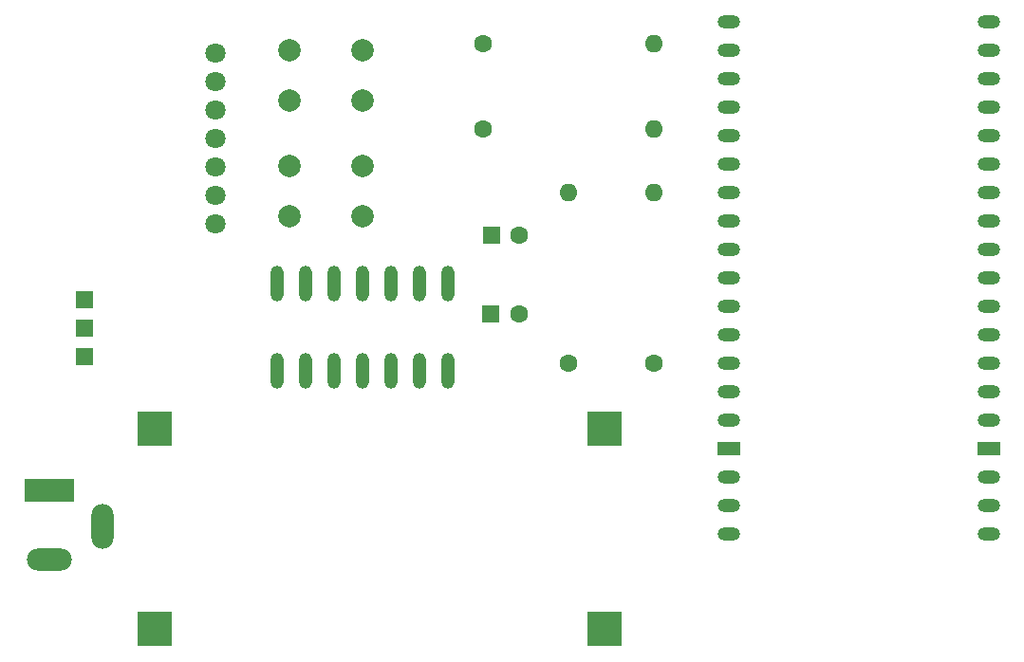
<source format=gbs>
G04 #@! TF.GenerationSoftware,KiCad,Pcbnew,8.0.1*
G04 #@! TF.CreationDate,2024-04-23T21:26:09-07:00*
G04 #@! TF.ProjectId,LED_Device,4c45445f-4465-4766-9963-652e6b696361,rev?*
G04 #@! TF.SameCoordinates,Original*
G04 #@! TF.FileFunction,Soldermask,Bot*
G04 #@! TF.FilePolarity,Negative*
%FSLAX46Y46*%
G04 Gerber Fmt 4.6, Leading zero omitted, Abs format (unit mm)*
G04 Created by KiCad (PCBNEW 8.0.1) date 2024-04-23 21:26:09*
%MOMM*%
%LPD*%
G01*
G04 APERTURE LIST*
%ADD10R,4.500000X2.000000*%
%ADD11O,4.000000X2.000000*%
%ADD12O,2.000000X4.000000*%
%ADD13C,1.600000*%
%ADD14O,1.600000X1.600000*%
%ADD15C,2.000000*%
%ADD16R,1.600000X1.600000*%
%ADD17C,1.800000*%
%ADD18O,2.000000X1.200000*%
%ADD19R,2.000000X1.200000*%
%ADD20O,1.200000X3.180000*%
%ADD21R,3.100000X3.100000*%
G04 APERTURE END LIST*
D10*
X105445000Y-126265000D03*
D11*
X105445000Y-132465000D03*
D12*
X110145000Y-129465000D03*
D13*
X144145000Y-86360000D03*
D14*
X159385000Y-86360000D03*
D15*
X133350000Y-91495000D03*
X126850000Y-91495000D03*
X133350000Y-86995000D03*
X126850000Y-86995000D03*
D13*
X159385000Y-114935000D03*
D14*
X159385000Y-99695000D03*
D16*
X144820000Y-110490000D03*
D13*
X147320000Y-110490000D03*
D17*
X120269000Y-102438200D03*
X120269000Y-99898200D03*
X120269000Y-97358200D03*
X120269000Y-94818200D03*
X120269000Y-92278200D03*
X120269000Y-89738200D03*
X120269000Y-87198200D03*
D16*
X108585000Y-109220000D03*
X108585000Y-111760000D03*
X108585000Y-114300000D03*
D15*
X133350000Y-101825000D03*
X126850000Y-101825000D03*
X133350000Y-97325000D03*
X126850000Y-97325000D03*
D13*
X144145000Y-93980000D03*
D14*
X159385000Y-93980000D03*
D18*
X166065200Y-84455000D03*
X166065200Y-86995000D03*
X166065200Y-89535000D03*
X166065200Y-92075000D03*
X166065200Y-94615000D03*
X166065200Y-97155000D03*
X166065200Y-99695000D03*
X166065200Y-102235000D03*
X166065200Y-104775000D03*
X166065200Y-107315000D03*
X166065200Y-109855000D03*
X166065200Y-112395000D03*
X166065200Y-114935000D03*
X166065200Y-117475000D03*
X166065200Y-120015000D03*
D19*
X166065200Y-122555000D03*
D18*
X166065200Y-125095000D03*
X166065200Y-127635000D03*
X166065200Y-130175000D03*
X189230000Y-84455000D03*
X189230000Y-86995000D03*
X189230000Y-89535000D03*
X189230000Y-92075000D03*
X189230000Y-94615000D03*
X189230000Y-97155000D03*
X189230000Y-99695000D03*
X189230000Y-102235000D03*
X189230000Y-104775000D03*
X189230000Y-107315000D03*
X189230000Y-109855000D03*
X189230000Y-112395000D03*
X189230000Y-114935000D03*
X189230000Y-117475000D03*
X189230000Y-120015000D03*
D19*
X189230000Y-122555000D03*
D18*
X189230000Y-125095000D03*
X189230000Y-127635000D03*
X189230000Y-130175000D03*
D16*
X144844888Y-103505000D03*
D13*
X147344888Y-103505000D03*
D20*
X140970000Y-107770000D03*
X138430000Y-107770000D03*
X135890000Y-107770000D03*
X133350000Y-107770000D03*
X130810000Y-107770000D03*
X128270000Y-107770000D03*
X125730000Y-107770000D03*
X125730000Y-115570000D03*
X128270000Y-115570000D03*
X130810000Y-115570000D03*
X133350000Y-115570000D03*
X135890000Y-115570000D03*
X138430000Y-115570000D03*
X140970000Y-115570000D03*
D13*
X151765000Y-114935000D03*
D14*
X151765000Y-99695000D03*
D21*
X114858800Y-120751600D03*
X114858800Y-138633200D03*
X154940000Y-120751600D03*
X154940000Y-138633200D03*
M02*

</source>
